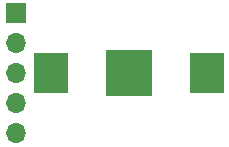
<source format=gbr>
G04 #@! TF.GenerationSoftware,KiCad,Pcbnew,8.0.5*
G04 #@! TF.CreationDate,2024-09-09T15:46:43-04:00*
G04 #@! TF.ProjectId,pi_max31328,70695f6d-6178-4333-9133-32382e6b6963,rev?*
G04 #@! TF.SameCoordinates,Original*
G04 #@! TF.FileFunction,Soldermask,Bot*
G04 #@! TF.FilePolarity,Negative*
%FSLAX46Y46*%
G04 Gerber Fmt 4.6, Leading zero omitted, Abs format (unit mm)*
G04 Created by KiCad (PCBNEW 8.0.5) date 2024-09-09 15:46:43*
%MOMM*%
%LPD*%
G01*
G04 APERTURE LIST*
%ADD10R,1.700000X1.700000*%
%ADD11O,1.700000X1.700000*%
%ADD12R,2.900000X3.500000*%
%ADD13R,3.960000X3.960000*%
G04 APERTURE END LIST*
D10*
G04 #@! TO.C,J1*
X18025000Y-21950000D03*
D11*
X18025000Y-24490000D03*
X18025000Y-27030000D03*
X18025000Y-29570000D03*
X18025000Y-32110000D03*
G04 #@! TD*
D12*
G04 #@! TO.C,BAT1*
X34200000Y-27000000D03*
D13*
X27600000Y-27000000D03*
D12*
X21000000Y-27000000D03*
G04 #@! TD*
M02*

</source>
